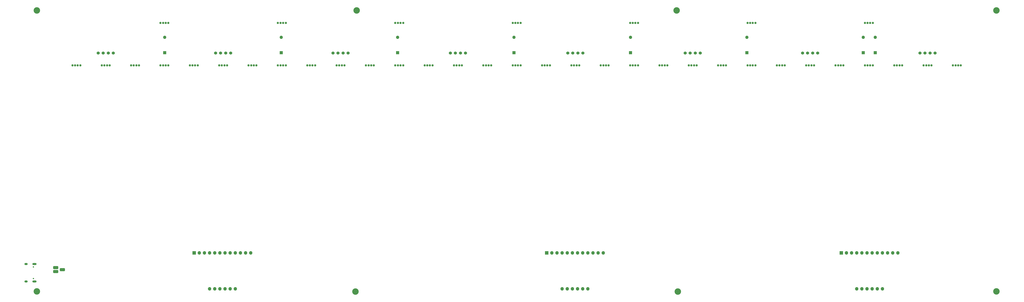
<source format=gts>
%TF.GenerationSoftware,KiCad,Pcbnew,8.0.2*%
%TF.CreationDate,2024-06-11T18:45:27+02:00*%
%TF.ProjectId,chu_main,6368755f-6d61-4696-9e2e-6b696361645f,rev?*%
%TF.SameCoordinates,Original*%
%TF.FileFunction,Soldermask,Top*%
%TF.FilePolarity,Negative*%
%FSLAX46Y46*%
G04 Gerber Fmt 4.6, Leading zero omitted, Abs format (unit mm)*
G04 Created by KiCad (PCBNEW 8.0.2) date 2024-06-11 18:45:27*
%MOMM*%
%LPD*%
G01*
G04 APERTURE LIST*
G04 Aperture macros list*
%AMRoundRect*
0 Rectangle with rounded corners*
0 $1 Rounding radius*
0 $2 $3 $4 $5 $6 $7 $8 $9 X,Y pos of 4 corners*
0 Add a 4 corners polygon primitive as box body*
4,1,4,$2,$3,$4,$5,$6,$7,$8,$9,$2,$3,0*
0 Add four circle primitives for the rounded corners*
1,1,$1+$1,$2,$3*
1,1,$1+$1,$4,$5*
1,1,$1+$1,$6,$7*
1,1,$1+$1,$8,$9*
0 Add four rect primitives between the rounded corners*
20,1,$1+$1,$2,$3,$4,$5,0*
20,1,$1+$1,$4,$5,$6,$7,0*
20,1,$1+$1,$6,$7,$8,$9,0*
20,1,$1+$1,$8,$9,$2,$3,0*%
G04 Aperture macros list end*
%ADD10C,1.100000*%
%ADD11R,1.600000X1.600000*%
%ADD12O,1.600000X1.600000*%
%ADD13C,1.524000*%
%ADD14C,3.200000*%
%ADD15O,1.700000X1.700000*%
%ADD16R,1.700000X1.700000*%
%ADD17C,0.650000*%
%ADD18O,1.600000X1.000000*%
%ADD19O,2.100000X1.000000*%
%ADD20RoundRect,0.300000X-0.950000X0.450000X-0.950000X-0.450000X0.950000X-0.450000X0.950000X0.450000X0*%
G04 APERTURE END LIST*
D10*
%TO.C,D15*%
X259850000Y-93574000D03*
X258550000Y-93574000D03*
X262450000Y-93574000D03*
X261150000Y-93574000D03*
%TD*%
%TO.C,D1*%
X56850000Y-93574000D03*
X55550000Y-93574000D03*
X59450000Y-93574000D03*
X58150000Y-93574000D03*
%TD*%
%TO.C,D24*%
X390350000Y-93574000D03*
X389050000Y-93574000D03*
X392950000Y-93574000D03*
X391650000Y-93574000D03*
%TD*%
%TO.C,D16*%
X274350000Y-93574000D03*
X273050000Y-93574000D03*
X276950000Y-93574000D03*
X275650000Y-93574000D03*
%TD*%
%TO.C,D25*%
X404850000Y-93574000D03*
X403550000Y-93574000D03*
X407450000Y-93574000D03*
X406150000Y-93574000D03*
%TD*%
%TO.C,D33*%
X391650000Y-72621500D03*
X392950000Y-72621500D03*
X389050000Y-72621500D03*
X390350000Y-72621500D03*
%TD*%
%TO.C,D6*%
X129350000Y-93574000D03*
X128050000Y-93574000D03*
X131950000Y-93574000D03*
X130650000Y-93574000D03*
%TD*%
%TO.C,D11*%
X201850000Y-93574000D03*
X200550000Y-93574000D03*
X204450000Y-93574000D03*
X203150000Y-93574000D03*
%TD*%
%TO.C,D23*%
X375850000Y-93574000D03*
X374550000Y-93574000D03*
X378450000Y-93574000D03*
X377150000Y-93574000D03*
%TD*%
%TO.C,D34*%
X333650000Y-72621500D03*
X334950000Y-72621500D03*
X331050000Y-72621500D03*
X332350000Y-72621500D03*
%TD*%
%TO.C,D30*%
X477350000Y-93574000D03*
X476050000Y-93574000D03*
X479950000Y-93574000D03*
X478650000Y-93574000D03*
%TD*%
%TO.C,D14*%
X245350000Y-93574000D03*
X244050000Y-93574000D03*
X247950000Y-93574000D03*
X246650000Y-93574000D03*
%TD*%
%TO.C,D46*%
X101650000Y-72621500D03*
X102950000Y-72621500D03*
X99050000Y-72621500D03*
X100350000Y-72621500D03*
%TD*%
%TO.C,D2*%
X71350000Y-93574000D03*
X70050000Y-93574000D03*
X73950000Y-93574000D03*
X72650000Y-93574000D03*
%TD*%
%TO.C,D29*%
X462850000Y-93574000D03*
X461550000Y-93574000D03*
X465450000Y-93574000D03*
X464150000Y-93574000D03*
%TD*%
%TO.C,D3*%
X85850000Y-93574000D03*
X84550000Y-93574000D03*
X88450000Y-93574000D03*
X87150000Y-93574000D03*
%TD*%
%TO.C,D36*%
X217650000Y-72621500D03*
X218950000Y-72621500D03*
X215050000Y-72621500D03*
X216350000Y-72621500D03*
%TD*%
%TO.C,D8*%
X158350000Y-93574000D03*
X157050000Y-93574000D03*
X160950000Y-93574000D03*
X159650000Y-93574000D03*
%TD*%
%TO.C,D9*%
X172850000Y-93574000D03*
X171550000Y-93574000D03*
X175450000Y-93574000D03*
X174150000Y-93574000D03*
%TD*%
%TO.C,D45*%
X159650000Y-72621500D03*
X160950000Y-72621500D03*
X157050000Y-72621500D03*
X158350000Y-72621500D03*
%TD*%
%TO.C,D27*%
X433850000Y-93574000D03*
X432550000Y-93574000D03*
X436450000Y-93574000D03*
X435150000Y-93574000D03*
%TD*%
%TO.C,D31*%
X491850000Y-93574000D03*
X490550000Y-93574000D03*
X494450000Y-93574000D03*
X493150000Y-93574000D03*
%TD*%
%TO.C,D28*%
X448350000Y-93574000D03*
X447050000Y-93574000D03*
X450950000Y-93574000D03*
X449650000Y-93574000D03*
%TD*%
%TO.C,D22*%
X361350000Y-93574000D03*
X360050000Y-93574000D03*
X363950000Y-93574000D03*
X362650000Y-93574000D03*
%TD*%
%TO.C,D21*%
X346850000Y-93574000D03*
X345550000Y-93574000D03*
X349450000Y-93574000D03*
X348150000Y-93574000D03*
%TD*%
%TO.C,D5*%
X114850000Y-93574000D03*
X113550000Y-93574000D03*
X117450000Y-93574000D03*
X116150000Y-93574000D03*
%TD*%
%TO.C,D26*%
X419350000Y-93574000D03*
X418050000Y-93574000D03*
X421950000Y-93574000D03*
X420650000Y-93574000D03*
%TD*%
%TO.C,D32*%
X449650000Y-72621500D03*
X450950000Y-72621500D03*
X447050000Y-72621500D03*
X448350000Y-72621500D03*
%TD*%
%TO.C,D35*%
X275650000Y-72621500D03*
X276950000Y-72621500D03*
X273050000Y-72621500D03*
X274350000Y-72621500D03*
%TD*%
%TO.C,D13*%
X230850000Y-93574000D03*
X229550000Y-93574000D03*
X233450000Y-93574000D03*
X232150000Y-93574000D03*
%TD*%
%TO.C,D4*%
X100350000Y-93574000D03*
X99050000Y-93574000D03*
X102950000Y-93574000D03*
X101650000Y-93574000D03*
%TD*%
%TO.C,D12*%
X216350000Y-93574000D03*
X215050000Y-93574000D03*
X218950000Y-93574000D03*
X217650000Y-93574000D03*
%TD*%
%TO.C,D7*%
X143850000Y-93574000D03*
X142550000Y-93574000D03*
X146450000Y-93574000D03*
X145150000Y-93574000D03*
%TD*%
%TO.C,D10*%
X187350000Y-93574000D03*
X186050000Y-93574000D03*
X189950000Y-93574000D03*
X188650000Y-93574000D03*
%TD*%
%TO.C,D20*%
X332350000Y-93574000D03*
X331050000Y-93574000D03*
X334950000Y-93574000D03*
X333650000Y-93574000D03*
%TD*%
%TO.C,D19*%
X317850000Y-93574000D03*
X316550000Y-93574000D03*
X320450000Y-93574000D03*
X319150000Y-93574000D03*
%TD*%
%TO.C,D18*%
X303350000Y-93574000D03*
X302050000Y-93574000D03*
X305950000Y-93574000D03*
X304650000Y-93574000D03*
%TD*%
D11*
%TO.C,D39*%
X216191700Y-87384000D03*
D12*
X216191700Y-79764000D03*
%TD*%
D13*
%TO.C,HC-SR04-2*%
X126250000Y-87500000D03*
X128750000Y-87500000D03*
X131250000Y-87500000D03*
X133750000Y-87500000D03*
%TD*%
D11*
%TO.C,D40*%
X273704600Y-87384000D03*
D12*
X273704600Y-79764000D03*
%TD*%
D14*
%TO.C,SCR5*%
X354625000Y-205551000D03*
%TD*%
D13*
%TO.C,HC-SR04-8*%
X474250000Y-87500000D03*
X476750000Y-87500000D03*
X479250000Y-87500000D03*
X481750000Y-87500000D03*
%TD*%
%TO.C,HC-SR04-5*%
X300250000Y-87500000D03*
X302750000Y-87500000D03*
X305250000Y-87500000D03*
X307750000Y-87500000D03*
%TD*%
%TO.C,HC-SR04-7*%
X416250000Y-87500000D03*
X418750000Y-87500000D03*
X421250000Y-87500000D03*
X423750000Y-87500000D03*
%TD*%
%TO.C,HC-SR04-6*%
X358250000Y-87500000D03*
X360750000Y-87500000D03*
X363250000Y-87500000D03*
X365750000Y-87500000D03*
%TD*%
D11*
%TO.C,D44*%
X452196000Y-87384000D03*
D12*
X452196000Y-79764000D03*
%TD*%
D14*
%TO.C,SCR8*%
X196000000Y-66426000D03*
%TD*%
%TO.C,SCR6*%
X195375000Y-205551000D03*
%TD*%
D13*
%TO.C,HC-SR04-4*%
X242250000Y-87500000D03*
X244750000Y-87500000D03*
X247250000Y-87500000D03*
X249750000Y-87500000D03*
%TD*%
D11*
%TO.C,D43*%
X446243100Y-87384000D03*
D12*
X446243100Y-79764000D03*
%TD*%
D13*
%TO.C,HC-SR04-1*%
X68250000Y-87500000D03*
X70750000Y-87500000D03*
X73250000Y-87500000D03*
X75750000Y-87500000D03*
%TD*%
D11*
%TO.C,D38*%
X158678900Y-87384000D03*
D12*
X158678900Y-79764000D03*
%TD*%
D14*
%TO.C,SCR4*%
X38000000Y-205426000D03*
%TD*%
%TO.C,SCR1*%
X38000000Y-66426000D03*
%TD*%
D11*
%TO.C,D41*%
X331217400Y-87384000D03*
D12*
X331217400Y-79764000D03*
%TD*%
D14*
%TO.C,SCR3*%
X512000000Y-205426000D03*
%TD*%
%TO.C,SCR2*%
X512000000Y-66426000D03*
%TD*%
%TO.C,SCR7*%
X354000000Y-66426000D03*
%TD*%
D13*
%TO.C,HC-SR04-3*%
X184250000Y-87500000D03*
X186750000Y-87500000D03*
X189250000Y-87500000D03*
X191750000Y-87500000D03*
%TD*%
D11*
%TO.C,D37*%
X101166000Y-87384000D03*
D12*
X101166000Y-79764000D03*
%TD*%
D11*
%TO.C,D42*%
X388730300Y-87384000D03*
D12*
X388730300Y-79764000D03*
%TD*%
D15*
%TO.C,U3*%
X133476000Y-204164000D03*
X130936000Y-204164000D03*
X128396000Y-204164000D03*
X125856000Y-204164000D03*
X123316000Y-204164000D03*
D16*
X115696000Y-186384000D03*
D15*
X118236000Y-186384000D03*
X120776000Y-186384000D03*
X123316000Y-186384000D03*
X125856000Y-186384000D03*
X128396000Y-186384000D03*
X130936000Y-186384000D03*
X133476000Y-186384000D03*
X136016000Y-186384000D03*
X138556000Y-186384000D03*
X141096000Y-186384000D03*
X143636000Y-186384000D03*
X136016000Y-204164000D03*
%TD*%
D17*
%TO.C,USB1*%
X36263500Y-199114000D03*
X36263500Y-193334000D03*
D18*
X32613500Y-200544000D03*
D19*
X36793500Y-200544000D03*
D18*
X32613500Y-191904000D03*
D19*
X36793500Y-191904000D03*
%TD*%
D15*
%TO.C,U5*%
X453156000Y-204164000D03*
X450616000Y-204164000D03*
X448076000Y-204164000D03*
X445536000Y-204164000D03*
X442996000Y-204164000D03*
D16*
X435376000Y-186384000D03*
D15*
X437916000Y-186384000D03*
X440456000Y-186384000D03*
X442996000Y-186384000D03*
X445536000Y-186384000D03*
X448076000Y-186384000D03*
X450616000Y-186384000D03*
X453156000Y-186384000D03*
X455696000Y-186384000D03*
X458236000Y-186384000D03*
X460776000Y-186384000D03*
X463316000Y-186384000D03*
X455696000Y-204164000D03*
%TD*%
D20*
%TO.C,U1*%
X50586000Y-194674000D03*
X47306000Y-195674000D03*
X47286000Y-193674000D03*
%TD*%
D15*
%TO.C,U4*%
X307656000Y-204164000D03*
X305116000Y-204164000D03*
X302576000Y-204164000D03*
X300036000Y-204164000D03*
X297496000Y-204164000D03*
D16*
X289876000Y-186384000D03*
D15*
X292416000Y-186384000D03*
X294956000Y-186384000D03*
X297496000Y-186384000D03*
X300036000Y-186384000D03*
X302576000Y-186384000D03*
X305116000Y-186384000D03*
X307656000Y-186384000D03*
X310196000Y-186384000D03*
X312736000Y-186384000D03*
X315276000Y-186384000D03*
X317816000Y-186384000D03*
X310196000Y-204164000D03*
%TD*%
D10*
%TO.C,D17*%
X288850000Y-93574000D03*
X287550000Y-93574000D03*
X291450000Y-93574000D03*
X290150000Y-93574000D03*
%TD*%
M02*

</source>
